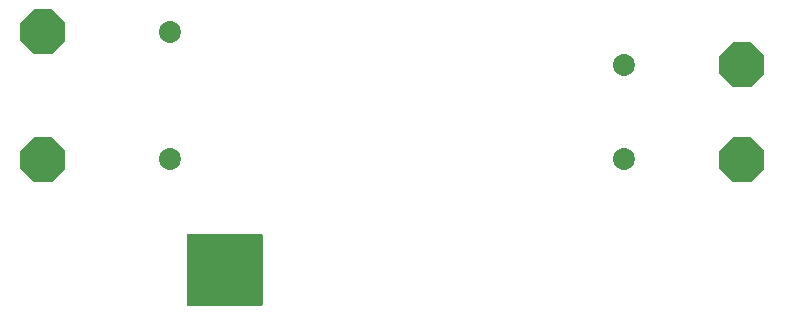
<source format=gbr>
G04 EAGLE Gerber RS-274X export*
G75*
%MOMM*%
%FSLAX34Y34*%
%LPD*%
%INTop Copper*%
%IPPOS*%
%AMOC8*
5,1,8,0,0,1.08239X$1,22.5*%
G01*
%ADD10P,4.123906X8X22.500000*%
%ADD11C,1.860000*%

G36*
X228650Y25031D02*
X228650Y25031D01*
X228701Y25033D01*
X228733Y25051D01*
X228769Y25059D01*
X228808Y25092D01*
X228853Y25116D01*
X228874Y25146D01*
X228902Y25169D01*
X228923Y25216D01*
X228953Y25258D01*
X228961Y25300D01*
X228973Y25328D01*
X228972Y25358D01*
X228980Y25400D01*
X228980Y85090D01*
X228969Y85140D01*
X228967Y85191D01*
X228949Y85223D01*
X228941Y85259D01*
X228908Y85298D01*
X228884Y85343D01*
X228854Y85364D01*
X228831Y85392D01*
X228784Y85413D01*
X228742Y85443D01*
X228700Y85451D01*
X228672Y85463D01*
X228642Y85462D01*
X228600Y85470D01*
X165100Y85470D01*
X165050Y85459D01*
X164999Y85457D01*
X164967Y85439D01*
X164931Y85431D01*
X164892Y85398D01*
X164847Y85374D01*
X164826Y85344D01*
X164798Y85321D01*
X164777Y85274D01*
X164747Y85232D01*
X164739Y85190D01*
X164727Y85162D01*
X164728Y85132D01*
X164720Y85090D01*
X164720Y25400D01*
X164731Y25350D01*
X164733Y25299D01*
X164751Y25267D01*
X164759Y25231D01*
X164792Y25192D01*
X164816Y25147D01*
X164846Y25126D01*
X164869Y25098D01*
X164916Y25077D01*
X164958Y25047D01*
X165000Y25039D01*
X165028Y25027D01*
X165058Y25028D01*
X165100Y25020D01*
X228600Y25020D01*
X228650Y25031D01*
G37*
D10*
X43180Y148590D03*
X43180Y256540D03*
X635000Y228600D03*
X635000Y148590D03*
D11*
X150400Y148800D03*
X150400Y256300D03*
X535400Y148800D03*
X535400Y228800D03*
M02*

</source>
